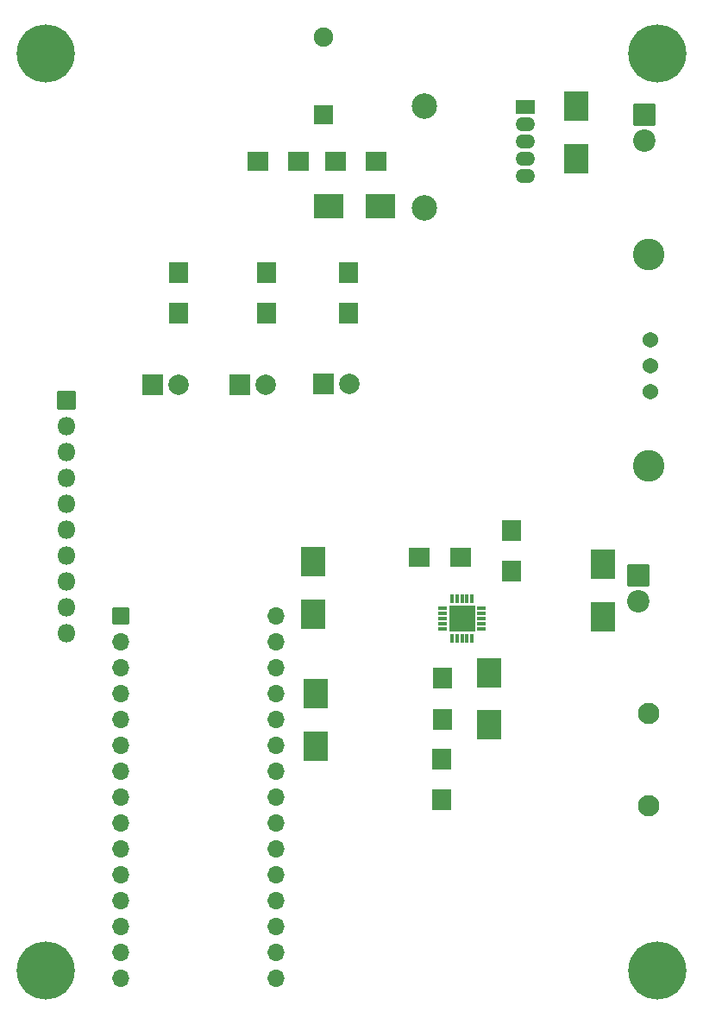
<source format=gbr>
%TF.GenerationSoftware,KiCad,Pcbnew,8.0.1*%
%TF.CreationDate,2024-04-21T18:12:41-04:00*%
%TF.ProjectId,BREAD_Slice,42524541-445f-4536-9c69-63652e6b6963,rev?*%
%TF.SameCoordinates,Original*%
%TF.FileFunction,Soldermask,Bot*%
%TF.FilePolarity,Negative*%
%FSLAX46Y46*%
G04 Gerber Fmt 4.6, Leading zero omitted, Abs format (unit mm)*
G04 Created by KiCad (PCBNEW 8.0.1) date 2024-04-21 18:12:41*
%MOMM*%
%LPD*%
G01*
G04 APERTURE LIST*
G04 Aperture macros list*
%AMRoundRect*
0 Rectangle with rounded corners*
0 $1 Rounding radius*
0 $2 $3 $4 $5 $6 $7 $8 $9 X,Y pos of 4 corners*
0 Add a 4 corners polygon primitive as box body*
4,1,4,$2,$3,$4,$5,$6,$7,$8,$9,$2,$3,0*
0 Add four circle primitives for the rounded corners*
1,1,$1+$1,$2,$3*
1,1,$1+$1,$4,$5*
1,1,$1+$1,$6,$7*
1,1,$1+$1,$8,$9*
0 Add four rect primitives between the rounded corners*
20,1,$1+$1,$2,$3,$4,$5,0*
20,1,$1+$1,$4,$5,$6,$7,0*
20,1,$1+$1,$6,$7,$8,$9,0*
20,1,$1+$1,$8,$9,$2,$3,0*%
G04 Aperture macros list end*
%ADD10C,5.700000*%
%ADD11RoundRect,0.050000X-0.800000X-0.800000X0.800000X-0.800000X0.800000X0.800000X-0.800000X0.800000X0*%
%ADD12O,1.700000X1.700000*%
%ADD13RoundRect,0.050000X-0.850000X-0.850000X0.850000X-0.850000X0.850000X0.850000X-0.850000X0.850000X0*%
%ADD14O,1.800000X1.800000*%
%ADD15RoundRect,0.050000X0.950000X-1.000000X0.950000X1.000000X-0.950000X1.000000X-0.950000X-1.000000X0*%
%ADD16C,2.000000*%
%ADD17RoundRect,0.050000X0.900000X-0.900000X0.900000X0.900000X-0.900000X0.900000X-0.900000X-0.900000X0*%
%ADD18O,1.900000X1.900000*%
%ADD19RoundRect,0.050000X-1.050000X1.050000X-1.050000X-1.050000X1.050000X-1.050000X1.050000X1.050000X0*%
%ADD20C,2.200000*%
%ADD21C,2.500000*%
%ADD22C,1.540000*%
%ADD23C,2.100000*%
%ADD24C,3.100000*%
%ADD25RoundRect,0.050000X-0.900000X0.637500X-0.900000X-0.637500X0.900000X-0.637500X0.900000X0.637500X0*%
%ADD26O,1.900000X1.375000*%
%ADD27RoundRect,0.050000X-1.175000X1.385000X-1.175000X-1.385000X1.175000X-1.385000X1.175000X1.385000X0*%
%ADD28RoundRect,0.050000X1.175000X-1.385000X1.175000X1.385000X-1.175000X1.385000X-1.175000X-1.385000X0*%
%ADD29RoundRect,0.050000X1.385000X1.175000X-1.385000X1.175000X-1.385000X-1.175000X1.385000X-1.175000X0*%
%ADD30RoundRect,0.050000X0.850000X-1.000000X0.850000X1.000000X-0.850000X1.000000X-0.850000X-1.000000X0*%
%ADD31RoundRect,0.050000X-1.000000X-0.850000X1.000000X-0.850000X1.000000X0.850000X-1.000000X0.850000X0*%
%ADD32RoundRect,0.050000X1.000000X0.850000X-1.000000X0.850000X-1.000000X-0.850000X1.000000X-0.850000X0*%
%ADD33RoundRect,0.050000X-0.850000X1.000000X-0.850000X-1.000000X0.850000X-1.000000X0.850000X1.000000X0*%
%ADD34RoundRect,0.087500X0.087500X-0.375000X0.087500X0.375000X-0.087500X0.375000X-0.087500X-0.375000X0*%
%ADD35RoundRect,0.087500X0.375000X-0.087500X0.375000X0.087500X-0.375000X0.087500X-0.375000X-0.087500X0*%
%ADD36RoundRect,0.050000X1.250000X-1.250000X1.250000X1.250000X-1.250000X1.250000X-1.250000X-1.250000X0*%
G04 APERTURE END LIST*
D10*
%TO.C,H1*%
X127600000Y-44800000D03*
%TD*%
%TO.C,H2*%
X187600000Y-44800000D03*
%TD*%
%TO.C,H3*%
X127600000Y-134800000D03*
%TD*%
%TO.C,H4*%
X187600000Y-134800000D03*
%TD*%
D11*
%TO.C,A1*%
X135000000Y-100000000D03*
D12*
X135000000Y-102540000D03*
X135000000Y-105080000D03*
X135000000Y-107620000D03*
X135000000Y-110160000D03*
X135000000Y-112700000D03*
X135000000Y-115240000D03*
X135000000Y-117780000D03*
X135000000Y-120320000D03*
X135000000Y-122860000D03*
X135000000Y-125400000D03*
X135000000Y-127940000D03*
X135000000Y-130480000D03*
X135000000Y-133020000D03*
X135000000Y-135560000D03*
X150240000Y-135560000D03*
X150240000Y-133020000D03*
X150240000Y-130480000D03*
X150240000Y-127940000D03*
X150240000Y-125400000D03*
X150240000Y-122860000D03*
X150240000Y-120320000D03*
X150240000Y-117780000D03*
X150240000Y-115240000D03*
X150240000Y-112700000D03*
X150240000Y-110160000D03*
X150240000Y-107620000D03*
X150240000Y-105080000D03*
X150240000Y-102540000D03*
X150240000Y-100000000D03*
%TD*%
D13*
%TO.C,J1*%
X129600000Y-78800000D03*
D14*
X129600000Y-81340000D03*
X129600000Y-83880000D03*
X129600000Y-86420000D03*
X129600000Y-88960000D03*
X129600000Y-91500000D03*
X129600000Y-94040000D03*
X129600000Y-96580000D03*
X129600000Y-99120000D03*
X129600000Y-101660000D03*
%TD*%
D15*
%TO.C,D1*%
X138094000Y-77316000D03*
D16*
X140634000Y-77316000D03*
%TD*%
D15*
%TO.C,D2*%
X146603000Y-77316000D03*
D16*
X149143000Y-77316000D03*
%TD*%
D15*
%TO.C,D3*%
X154858000Y-77189000D03*
D16*
X157398000Y-77189000D03*
%TD*%
D17*
%TO.C,D4*%
X154858000Y-50773000D03*
D18*
X154858000Y-43153000D03*
%TD*%
D19*
%TO.C,J2*%
X186354000Y-50773000D03*
D20*
X186354000Y-53313000D03*
%TD*%
D19*
%TO.C,J3*%
X185719000Y-95985000D03*
D20*
X185719000Y-98525000D03*
%TD*%
D21*
%TO.C,L1*%
X164764000Y-59917000D03*
X164764000Y-49917000D03*
%TD*%
D22*
%TO.C,RV1*%
X186925500Y-78014500D03*
X186925500Y-75474500D03*
X186925500Y-72934500D03*
%TD*%
D23*
%TO.C,TH1*%
X186735000Y-118591000D03*
X186735000Y-109591000D03*
%TD*%
D24*
%TO.C,TP2*%
X186735000Y-85253500D03*
%TD*%
%TO.C,TP1*%
X186735000Y-64489000D03*
%TD*%
D25*
%TO.C,U1*%
X174670000Y-50011000D03*
D26*
X174670000Y-51711000D03*
X174670000Y-53411000D03*
X174670000Y-55111000D03*
X174670000Y-56811000D03*
%TD*%
D27*
%TO.C,C2*%
X154096000Y-107639000D03*
X154096000Y-112779000D03*
%TD*%
D28*
%TO.C,C1*%
X153842000Y-99825000D03*
X153842000Y-94685000D03*
%TD*%
D29*
%TO.C,C3*%
X160476000Y-59790000D03*
X155336000Y-59790000D03*
%TD*%
D27*
%TO.C,C4*%
X179623000Y-49981000D03*
X179623000Y-55121000D03*
%TD*%
%TO.C,C5*%
X171114000Y-105543500D03*
X171114000Y-110683500D03*
%TD*%
%TO.C,C6*%
X182290000Y-94939000D03*
X182290000Y-100079000D03*
%TD*%
D30*
%TO.C,R1*%
X140634000Y-70299000D03*
X140634000Y-66299000D03*
%TD*%
%TO.C,R2*%
X149270000Y-70299000D03*
X149270000Y-66299000D03*
%TD*%
%TO.C,R3*%
X157271000Y-70299000D03*
X157271000Y-66299000D03*
%TD*%
D31*
%TO.C,R4*%
X156033000Y-55345000D03*
X160033000Y-55345000D03*
%TD*%
%TO.C,R5*%
X148413000Y-55345000D03*
X152413000Y-55345000D03*
%TD*%
D30*
%TO.C,R6*%
X166478500Y-118051000D03*
X166478500Y-114051000D03*
%TD*%
%TO.C,R7*%
X173273000Y-95572000D03*
X173273000Y-91572000D03*
%TD*%
D32*
%TO.C,R8*%
X168288000Y-94270500D03*
X164288000Y-94270500D03*
%TD*%
D33*
%TO.C,R9*%
X166542000Y-106113500D03*
X166542000Y-110113500D03*
%TD*%
D34*
%TO.C,U2*%
X169447000Y-102177000D03*
X168947000Y-102177000D03*
X168447000Y-102177000D03*
X167947000Y-102177000D03*
X167447000Y-102177000D03*
D35*
X166509500Y-101239500D03*
X166509500Y-100739500D03*
X166509500Y-100239500D03*
X166509500Y-99739500D03*
X166509500Y-99239500D03*
D34*
X167447000Y-98302000D03*
X167947000Y-98302000D03*
X168447000Y-98302000D03*
X168947000Y-98302000D03*
X169447000Y-98302000D03*
D35*
X170384500Y-99239500D03*
X170384500Y-99739500D03*
X170384500Y-100239500D03*
X170384500Y-100739500D03*
X170384500Y-101239500D03*
D36*
X168447000Y-100239500D03*
%TD*%
M02*

</source>
